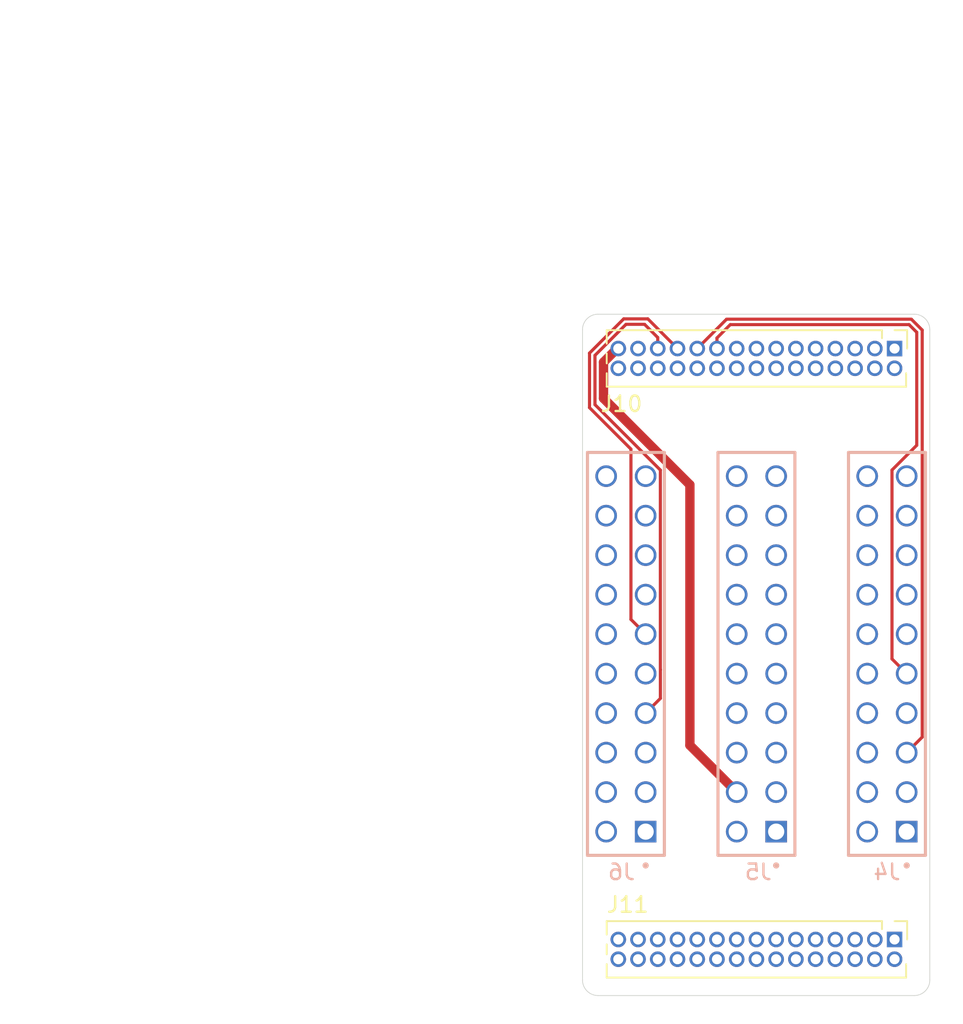
<source format=kicad_pcb>
(kicad_pcb (version 20241229) (generator "pcbnew") (generator_version "9.0")
  (layers (0 "F.Cu" mixed) (4 "In1.Cu" signal) (6 "In2.Cu" signal) (2 "B.Cu" mixed) (13 "F.Paste" user) (15 "B.Paste" user) (5 "F.SilkS" user "F.Silkscreen") (7 "B.SilkS" user "B.Silkscreen") (1 "F.Mask" user) (3 "B.Mask" user) (25 "Edge.Cuts" user))
  (net 0 "")
  (net 1 "+12V")
  (net 2 "GND")
  (net 3 "2")
  (net 4 "4")
  (net 5 "CAN1_L")
  (net 6 "CAN2_L")
  (net 7 "8")
  (net 8 "10")
  (net 9 "12")
  (net 10 "13")
  (net 11 "15")
  (net 12 "CAN1_H")
  (net 13 "CAN2_H")
  (net 14 "18")
  (net 15 "20")
  (net 16 "6")
  (net 17 "7")
  (net 18 "19")
  (net 19 "11")
  (net 20 "14")
  (net 21 "17")
  (net 22 "1")
  (net 23 "9")
  (net 24 "16")
  (net 25 "30")
  (net 26 "40")
  (net 27 "25")
  (net 28 "23")
  (net 29 "38")
  (net 30 "26")
  (net 31 "35")
  (net 32 "34")
  (net 33 "39")
  (net 34 "36")
  (net 35 "31")
  (net 36 "22")
  (net 37 "28")
  (net 38 "37")
  (net 39 "33")
  (net 40 "29")
  (net 41 "21")
  (net 42 "27")
  (net 43 "49")
  (net 44 "53")
  (net 45 "59")
  (net 46 "48")
  (net 47 "47")
  (net 48 "56")
  (net 49 "52")
  (net 50 "57")
  (net 51 "41")
  (net 52 "58")
  (net 53 "45")
  (net 54 "54")
  (net 55 "60")
  (net 56 "55")
  (net 57 "51")
  (net 58 "50")
  (net 59 "43")
  (net 60 "42")
  (footprint "Connector_PinHeader_1.27mm:PinHeader_2x15_P1.27mm_Vertical" (layer "F.Cu") (at 144.572 102.539 -90)
    (property "Reference" "J10" (at 3.561 17.572 0) (layer "F.SilkS"))
    (property "Value" "B2B_1")
    (fp_line (start -1.18 18.525) (end -0.317923 18.525) (stroke (width 0.12)) (layer "F.SilkS"))
    (fp_line (start 0.317923 18.525) (end 0.952077 18.525) (stroke (width 0.12)) (layer "F.SilkS"))
    (fp_line (start 1.587923 18.525) (end 2.45 18.525) (stroke (width 0.12)) (layer "F.SilkS"))
    (fp_line (start -1.18 0.81) (end -1.18 18.525) (stroke (width 0.12)) (layer "F.SilkS"))
    (fp_line (start -1.18 0.81) (end -0.666708 0.81) (stroke (width 0.12)) (layer "F.SilkS"))
    (fp_line (start -1.18 0) (end -1.18 -0.81) (stroke (width 0.12)) (layer "F.SilkS"))
    (fp_line (start 1.587923 -0.745) (end 2.45 -0.745) (stroke (width 0.12)) (layer "F.SilkS"))
    (fp_line (start 2.45 -0.745) (end 2.45 18.525) (stroke (width 0.12)) (layer "F.SilkS"))
    (fp_line (start -1.18 -0.81) (end 0 -0.81) (stroke (width 0.12)) (layer "F.SilkS"))
    (pad "1" thru_hole rect (at 0 0 270) (size 1 1) (drill 0.65) (layers "*.Cu" "*.Mask") (net 19 "11"))
    (pad "2" thru_hole circle (at 1.27 0 270) (size 1 1) (drill 0.65) (layers "*.Cu" "*.Mask") (net 9 "12"))
    (pad "3" thru_hole circle (at 0 1.27 270) (size 1 1) (drill 0.65) (layers "*.Cu" "*.Mask") (net 8 "10"))
    (pad "4" thru_hole circle (at 1.27 1.27 270) (size 1 1) (drill 0.65) (layers "*.Cu" "*.Mask") (net 10 "13"))
    (pad "5" thru_hole circle (at 0 2.54 270) (size 1 1) (drill 0.65) (layers "*.Cu" "*.Mask") (net 23 "9"))
    (pad "6" thru_hole circle (at 1.27 2.54 270) (size 1 1) (drill 0.65) (layers "*.Cu" "*.Mask") (net 20 "14"))
    (pad "7" thru_hole circle (at 0 3.81 270) (size 1 1) (drill 0.65) (layers "*.Cu" "*.Mask") (net 7 "8"))
    (pad "8" thru_hole circle (at 1.27 3.81 270) (size 1 1) (drill 0.65) (layers "*.Cu" "*.Mask") (net 11 "15"))
    (pad "9" thru_hole circle (at 0 5.08 270) (size 1 1) (drill 0.65) (layers "*.Cu" "*.Mask") (net 17 "7"))
    (pad "10" thru_hole circle (at 1.27 5.08 270) (size 1 1) (drill 0.65) (layers "*.Cu" "*.Mask") (net 24 "16"))
    (pad "11" thru_hole circle (at 0 6.35 270) (size 1 1) (drill 0.65) (layers "*.Cu" "*.Mask") (net 16 "6"))
    (pad "12" thru_hole circle (at 1.27 6.35 270) (size 1 1) (drill 0.65) (layers "*.Cu" "*.Mask") (net 21 "17"))
    (pad "13" thru_hole circle (at 0 7.62 270) (size 1 1) (drill 0.65) (layers "*.Cu" "*.Mask") (net 4 "4"))
    (pad "14" thru_hole circle (at 1.27 7.62 270) (size 1 1) (drill 0.65) (layers "*.Cu" "*.Mask") (net 14 "18"))
    (pad "15" thru_hole circle (at 0 8.89 270) (size 1 1) (drill 0.65) (layers "*.Cu" "*.Mask") (net 3 "2"))
    (pad "16" thru_hole circle (at 1.27 8.89 270) (size 1 1) (drill 0.65) (layers "*.Cu" "*.Mask") (net 18 "19"))
    (pad "17" thru_hole circle (at 0 10.16 270) (size 1 1) (drill 0.65) (layers "*.Cu" "*.Mask") (net 22 "1"))
    (pad "18" thru_hole circle (at 1.27 10.16 270) (size 1 1) (drill 0.65) (layers "*.Cu" "*.Mask") (net 15 "20"))
    (pad "19" thru_hole circle (at 0 11.43 270) (size 1 1) (drill 0.65) (layers "*.Cu" "*.Mask") (net 13 "CAN2_H"))
    (pad "20" thru_hole circle (at 1.27 11.43 270) (size 1 1) (drill 0.65) (layers "*.Cu" "*.Mask") (net 41 "21"))
    (pad "21" thru_hole circle (at 0 12.7 270) (size 1 1) (drill 0.65) (layers "*.Cu" "*.Mask") (net 6 "CAN2_L"))
    (pad "22" thru_hole circle (at 1.27 12.7 270) (size 1 1) (drill 0.65) (layers "*.Cu" "*.Mask") (net 36 "22"))
    (pad "23" thru_hole circle (at 0 13.97 270) (size 1 1) (drill 0.65) (layers "*.Cu" "*.Mask") (net 12 "CAN1_H"))
    (pad "24" thru_hole circle (at 1.27 13.97 270) (size 1 1) (drill 0.65) (layers "*.Cu" "*.Mask") (net 28 "23"))
    (pad "25" thru_hole circle (at 0 15.24 270) (size 1 1) (drill 0.65) (layers "*.Cu" "*.Mask") (net 5 "CAN1_L"))
    (pad "26" thru_hole circle (at 1.27 15.24 270) (size 1 1) (drill 0.65) (layers "*.Cu" "*.Mask") (net 27 "25"))
    (pad "27" thru_hole circle (at 0 16.51 270) (size 1 1) (drill 0.65) (layers "*.Cu" "*.Mask") (net 2 "GND"))
    (pad "28" thru_hole circle (at 1.27 16.51 270) (size 1 1) (drill 0.65) (layers "*.Cu" "*.Mask") (net 30 "26"))
    (pad "29" thru_hole circle (at 0 17.78 270) (size 1 1) (drill 0.65) (layers "*.Cu" "*.Mask") (net 1 "+12V"))
    (pad "30" thru_hole circle (at 1.27 17.78 270) (size 1 1) (drill 0.65) (layers "*.Cu" "*.Mask") (net 42 "27"))
  )
  (footprint "Connector_PinHeader_1.27mm:PinHeader_2x15_P1.27mm_Vertical" (layer "F.Cu") (at 144.572 140.539 -90)
    (property "Reference" "J11" (at -2.239 17.172 0) (layer "F.SilkS"))
    (property "Value" "B2B_2")
    (fp_line (start -1.18 18.525) (end -0.317923 18.525) (stroke (width 0.12)) (layer "F.SilkS"))
    (fp_line (start 0.317923 18.525) (end 0.952077 18.525) (stroke (width 0.12)) (layer "F.SilkS"))
    (fp_line (start 1.587923 18.525) (end 2.45 18.525) (stroke (width 0.12)) (layer "F.SilkS"))
    (fp_line (start -1.18 0.81) (end -1.18 18.525) (stroke (width 0.12)) (layer "F.SilkS"))
    (fp_line (start -1.18 0.81) (end -0.666708 0.81) (stroke (width 0.12)) (layer "F.SilkS"))
    (fp_line (start -1.18 0) (end -1.18 -0.81) (stroke (width 0.12)) (layer "F.SilkS"))
    (fp_line (start 1.587923 -0.745) (end 2.45 -0.745) (stroke (width 0.12)) (layer "F.SilkS"))
    (fp_line (start 2.45 -0.745) (end 2.45 18.525) (stroke (width 0.12)) (layer "F.SilkS"))
    (fp_line (start -1.18 -0.81) (end 0 -0.81) (stroke (width 0.12)) (layer "F.SilkS"))
    (pad "1" thru_hole rect (at 0 0 270) (size 1 1) (drill 0.65) (layers "*.Cu" "*.Mask") (net 59 "43"))
    (pad "2" thru_hole circle (at 1.27 0 270) (size 1 1) (drill 0.65) (layers "*.Cu" "*.Mask") (net 53 "45"))
    (pad "3" thru_hole circle (at 0 1.27 270) (size 1 1) (drill 0.65) (layers "*.Cu" "*.Mask") (net 60 "42"))
    (pad "4" thru_hole circle (at 1.27 1.27 270) (size 1 1) (drill 0.65) (layers "*.Cu" "*.Mask") (net 47 "47"))
    (pad "5" thru_hole circle (at 0 2.54 270) (size 1 1) (drill 0.65) (layers "*.Cu" "*.Mask") (net 51 "41"))
    (pad "6" thru_hole circle (at 1.27 2.54 270) (size 1 1) (drill 0.65) (layers "*.Cu" "*.Mask") (net 46 "48"))
    (pad "7" thru_hole circle (at 0 3.81 270) (size 1 1) (drill 0.65) (layers "*.Cu" "*.Mask") (net 26 "40"))
    (pad "8" thru_hole circle (at 1.27 3.81 270) (size 1 1) (drill 0.65) (layers "*.Cu" "*.Mask") (net 43 "49"))
    (pad "9" thru_hole circle (at 0 5.08 270) (size 1 1) (drill 0.65) (layers "*.Cu" "*.Mask") (net 33 "39"))
    (pad "10" thru_hole circle (at 1.27 5.08 270) (size 1 1) (drill 0.65) (layers "*.Cu" "*.Mask") (net 58 "50"))
    (pad "11" thru_hole circle (at 0 6.35 270) (size 1 1) (drill 0.65) (layers "*.Cu" "*.Mask") (net 29 "38"))
    (pad "12" thru_hole circle (at 1.27 6.35 270) (size 1 1) (drill 0.65) (layers "*.Cu" "*.Mask") (net 57 "51"))
    (pad "13" thru_hole circle (at 0 7.62 270) (size 1 1) (drill 0.65) (layers "*.Cu" "*.Mask") (net 38 "37"))
    (pad "14" thru_hole circle (at 1.27 7.62 270) (size 1 1) (drill 0.65) (layers "*.Cu" "*.Mask") (net 49 "52"))
    (pad "15" thru_hole circle (at 0 8.89 270) (size 1 1) (drill 0.65) (layers "*.Cu" "*.Mask") (net 34 "36"))
    (pad "16" thru_hole circle (at 1.27 8.89 270) (size 1 1) (drill 0.65) (layers "*.Cu" "*.Mask") (net 44 "53"))
    (pad "17" thru_hole circle (at 0 10.16 270) (size 1 1) (drill 0.65) (layers "*.Cu" "*.Mask") (net 31 "35"))
    (pad "18" thru_hole circle (at 1.27 10.16 270) (size 1 1) (drill 0.65) (layers "*.Cu" "*.Mask") (net 54 "54"))
    (pad "19" thru_hole circle (at 0 11.43 270) (size 1 1) (drill 0.65) (layers "*.Cu" "*.Mask") (net 32 "34"))
    (pad "20" thru_hole circle (at 1.27 11.43 270) (size 1 1) (drill 0.65) (layers "*.Cu" "*.Mask") (net 56 "55"))
    (pad "21" thru_hole circle (at 0 12.7 270) (size 1 1) (drill 0.65) (layers "*.Cu" "*.Mask") (net 39 "33"))
    (pad "22" thru_hole circle (at 1.27 12.7 270) (size 1 1) (drill 0.65) (layers "*.Cu" "*.Mask") (net 48 "56"))
    (pad "23" thru_hole circle (at 0 13.97 270) (size 1 1) (drill 0.65) (layers "*.Cu" "*.Mask") (net 35 "31"))
    (pad "24" thru_hole circle (at 1.27 13.97 270) (size 1 1) (drill 0.65) (layers "*.Cu" "*.Mask") (net 50 "57"))
    (pad "25" thru_hole circle (at 0 15.24 270) (size 1 1) (drill 0.65) (layers "*.Cu" "*.Mask") (net 25 "30"))
    (pad "26" thru_hole circle (at 1.27 15.24 270) (size 1 1) (drill 0.65) (layers "*.Cu" "*.Mask") (net 52 "58"))
    (pad "27" thru_hole circle (at 0 16.51 270) (size 1 1) (drill 0.65) (layers "*.Cu" "*.Mask") (net 40 "29"))
    (pad "28" thru_hole circle (at 1.27 16.51 270) (size 1 1) (drill 0.65) (layers "*.Cu" "*.Mask") (net 45 "59"))
    (pad "29" thru_hole circle (at 0 17.78 270) (size 1 1) (drill 0.65) (layers "*.Cu" "*.Mask") (net 37 "28"))
    (pad "30" thru_hole circle (at 1.27 17.78 270) (size 1 1) (drill 0.65) (layers "*.Cu" "*.Mask") (net 55 "60"))
  )
  (footprint "PSA:ESW-110-44-F-D" (layer "B.Cu") (at 127.282 122.174 -90)
    (property "Reference" "J6" (at 14.026 0.282 180) (layer "B.SilkS") (effects (justify mirror)))
    (property "Value" "to_car_3")
    (fp_line (start 12.955 2.475) (end -12.955 2.475) (stroke (width 0.2)) (layer "B.SilkS"))
    (fp_line (start 12.955 2.475) (end 12.955 -2.475) (stroke (width 0.2)) (layer "B.SilkS"))
    (fp_line (start -12.955 -2.475) (end -12.955 2.475) (stroke (width 0.2)) (layer "B.SilkS"))
    (fp_line (start 12.955 -2.475) (end -12.955 -2.475) (stroke (width 0.2)) (layer "B.SilkS"))
    (fp_circle (center 13.605 -1.27) (end 13.705 -1.27) (stroke (width 0.2)) (fill no) (layer "B.SilkS"))
    (pad "1" thru_hole rect (at 11.43 -1.27 270) (size 1.39 1.39) (drill 1.04) (layers "*.Cu" "*.Mask") (net 51 "41"))
    (pad "2" thru_hole circle (at 8.89 -1.27 270) (size 1.39 1.39) (drill 1.04) (layers "*.Cu" "*.Mask") (net 60 "42"))
    (pad "3" thru_hole circle (at 6.35 -1.27 270) (size 1.39 1.39) (drill 1.04) (layers "*.Cu" "*.Mask") (net 59 "43"))
    (pad "4" thru_hole circle (at 3.81 -1.27 270) (size 1.39 1.39) (drill 1.04) (layers "*.Cu" "*.Mask") (net 5 "CAN1_L"))
    (pad "5" thru_hole circle (at 1.27 -1.27 270) (size 1.39 1.39) (drill 1.04) (layers "*.Cu" "*.Mask") (net 53 "45"))
    (pad "6" thru_hole circle (at -1.27 -1.27 270) (size 1.39 1.39) (drill 1.04) (layers "*.Cu" "*.Mask") (net 12 "CAN1_H"))
    (pad "7" thru_hole circle (at -3.81 -1.27 270) (size 1.39 1.39) (drill 1.04) (layers "*.Cu" "*.Mask") (net 47 "47"))
    (pad "8" thru_hole circle (at -6.35 -1.27 270) (size 1.39 1.39) (drill 1.04) (layers "*.Cu" "*.Mask") (net 46 "48"))
    (pad "9" thru_hole circle (at -8.89 -1.27 270) (size 1.39 1.39) (drill 1.04) (layers "*.Cu" "*.Mask") (net 43 "49"))
    (pad "10" thru_hole circle (at -11.43 -1.27 270) (size 1.39 1.39) (drill 1.04) (layers "*.Cu" "*.Mask") (net 58 "50"))
    (pad "11" thru_hole circle (at 11.43 1.27 270) (size 1.39 1.39) (drill 1.04) (layers "*.Cu" "*.Mask") (net 57 "51"))
    (pad "12" thru_hole circle (at 8.89 1.27 270) (size 1.39 1.39) (drill 1.04) (layers "*.Cu" "*.Mask") (net 49 "52"))
    (pad "13" thru_hole circle (at 6.35 1.27 270) (size 1.39 1.39) (drill 1.04) (layers "*.Cu" "*.Mask") (net 44 "53"))
    (pad "14" thru_hole circle (at 3.81 1.27 270) (size 1.39 1.39) (drill 1.04) (layers "*.Cu" "*.Mask") (net 54 "54"))
    (pad "15" thru_hole circle (at 1.27 1.27 270) (size 1.39 1.39) (drill 1.04) (layers "*.Cu" "*.Mask") (net 56 "55"))
    (pad "16" thru_hole circle (at -1.27 1.27 270) (size 1.39 1.39) (drill 1.04) (layers "*.Cu" "*.Mask") (net 48 "56"))
    (pad "17" thru_hole circle (at -3.81 1.27 270) (size 1.39 1.39) (drill 1.04) (layers "*.Cu" "*.Mask") (net 50 "57"))
    (pad "18" thru_hole circle (at -6.35 1.27 270) (size 1.39 1.39) (drill 1.04) (layers "*.Cu" "*.Mask") (net 52 "58"))
    (pad "19" thru_hole circle (at -8.89 1.27 270) (size 1.39 1.39) (drill 1.04) (layers "*.Cu" "*.Mask") (net 45 "59"))
    (pad "20" thru_hole circle (at -11.43 1.27 270) (size 1.39 1.39) (drill 1.04) (layers "*.Cu" "*.Mask") (net 55 "60"))
  )
  (footprint "PSA:ESW-110-44-F-D" (layer "B.Cu") (at 144.082 122.174 -90)
    (property "Reference" "J4" (at 14.026 0 180) (layer "B.SilkS") (effects (justify mirror)))
    (property "Value" "to_car_1")
    (fp_line (start 12.955 2.475) (end -12.955 2.475) (stroke (width 0.2)) (layer "B.SilkS"))
    (fp_line (start 12.955 2.475) (end 12.955 -2.475) (stroke (width 0.2)) (layer "B.SilkS"))
    (fp_line (start -12.955 -2.475) (end -12.955 2.475) (stroke (width 0.2)) (layer "B.SilkS"))
    (fp_line (start 12.955 -2.475) (end -12.955 -2.475) (stroke (width 0.2)) (layer "B.SilkS"))
    (fp_circle (center 13.605 -1.27) (end 13.705 -1.27) (stroke (width 0.2)) (fill no) (layer "B.SilkS"))
    (pad "1" thru_hole rect (at 11.43 -1.27 270) (size 1.39 1.39) (drill 1.04) (layers "*.Cu" "*.Mask") (net 22 "1"))
    (pad "2" thru_hole circle (at 8.89 -1.27 270) (size 1.39 1.39) (drill 1.04) (layers "*.Cu" "*.Mask") (net 3 "2"))
    (pad "3" thru_hole circle (at 6.35 -1.27 270) (size 1.39 1.39) (drill 1.04) (layers "*.Cu" "*.Mask") (net 6 "CAN2_L"))
    (pad "4" thru_hole circle (at 3.81 -1.27 270) (size 1.39 1.39) (drill 1.04) (layers "*.Cu" "*.Mask") (net 4 "4"))
    (pad "5" thru_hole circle (at 1.27 -1.27 270) (size 1.39 1.39) (drill 1.04) (layers "*.Cu" "*.Mask") (net 13 "CAN2_H"))
    (pad "6" thru_hole circle (at -1.27 -1.27 270) (size 1.39 1.39) (drill 1.04) (layers "*.Cu" "*.Mask") (net 16 "6"))
    (pad "7" thru_hole circle (at -3.81 -1.27 270) (size 1.39 1.39) (drill 1.04) (layers "*.Cu" "*.Mask") (net 17 "7"))
    (pad "8" thru_hole circle (at -6.35 -1.27 270) (size 1.39 1.39) (drill 1.04) (layers "*.Cu" "*.Mask") (net 7 "8"))
    (pad "9" thru_hole circle (at -8.89 -1.27 270) (size 1.39 1.39) (drill 1.04) (layers "*.Cu" "*.Mask") (net 23 "9"))
    (pad "10" thru_hole circle (at -11.43 -1.27 270) (size 1.39 1.39) (drill 1.04) (layers "*.Cu" "*.Mask") (net 8 "10"))
    (pad "11" thru_hole circle (at 11.43 1.27 270) (size 1.39 1.39) (drill 1.04) (layers "*.Cu" "*.Mask") (net 19 "11"))
    (pad "12" thru_hole circle (at 8.89 1.27 270) (size 1.39 1.39) (drill 1.04) (layers "*.Cu" "*.Mask") (net 9 "12"))
    (pad "13" thru_hole circle (at 6.35 1.27 270) (size 1.39 1.39) (drill 1.04) (layers "*.Cu" "*.Mask") (net 10 "13"))
    (pad "14" thru_hole circle (at 3.81 1.27 270) (size 1.39 1.39) (drill 1.04) (layers "*.Cu" "*.Mask") (net 20 "14"))
    (pad "15" thru_hole circle (at 1.27 1.27 270) (size 1.39 1.39) (drill 1.04) (layers "*.Cu" "*.Mask") (net 11 "15"))
    (pad "16" thru_hole circle (at -1.27 1.27 270) (size 1.39 1.39) (drill 1.04) (layers "*.Cu" "*.Mask") (net 24 "16"))
    (pad "17" thru_hole circle (at -3.81 1.27 270) (size 1.39 1.39) (drill 1.04) (layers "*.Cu" "*.Mask") (net 21 "17"))
    (pad "18" thru_hole circle (at -6.35 1.27 270) (size 1.39 1.39) (drill 1.04) (layers "*.Cu" "*.Mask") (net 14 "18"))
    (pad "19" thru_hole circle (at -8.89 1.27 270) (size 1.39 1.39) (drill 1.04) (layers "*.Cu" "*.Mask") (net 18 "19"))
    (pad "20" thru_hole circle (at -11.43 1.27 270) (size 1.39 1.39) (drill 1.04) (layers "*.Cu" "*.Mask") (net 15 "20"))
  )
  (footprint "PSA:ESW-110-44-F-D" (layer "B.Cu") (at 135.682 122.174 -90)
    (property "Reference" "J5" (at 14.026 -0.118 180) (layer "B.SilkS") (effects (justify mirror)))
    (property "Value" "to_car_2")
    (fp_line (start 12.955 2.475) (end -12.955 2.475) (stroke (width 0.2)) (layer "B.SilkS"))
    (fp_line (start 12.955 2.475) (end 12.955 -2.475) (stroke (width 0.2)) (layer "B.SilkS"))
    (fp_line (start -12.955 -2.475) (end -12.955 2.475) (stroke (width 0.2)) (layer "B.SilkS"))
    (fp_line (start 12.955 -2.475) (end -12.955 -2.475) (stroke (width 0.2)) (layer "B.SilkS"))
    (fp_circle (center 13.605 -1.27) (end 13.705 -1.27) (stroke (width 0.2)) (fill no) (layer "B.SilkS"))
    (pad "1" thru_hole rect (at 11.43 -1.27 270) (size 1.39 1.39) (drill 1.04) (layers "*.Cu" "*.Mask") (net 41 "21"))
    (pad "2" thru_hole circle (at 8.89 -1.27 270) (size 1.39 1.39) (drill 1.04) (layers "*.Cu" "*.Mask") (net 36 "22"))
    (pad "3" thru_hole circle (at 6.35 -1.27 270) (size 1.39 1.39) (drill 1.04) (layers "*.Cu" "*.Mask") (net 28 "23"))
    (pad "4" thru_hole circle (at 3.81 -1.27 270) (size 1.39 1.39) (drill 1.04) (layers "*.Cu" "*.Mask") (net 2 "GND"))
    (pad "5" thru_hole circle (at 1.27 -1.27 270) (size 1.39 1.39) (drill 1.04) (layers "*.Cu" "*.Mask") (net 27 "25"))
    (pad "6" thru_hole circle (at -1.27 -1.27 270) (size 1.39 1.39) (drill 1.04) (layers "*.Cu" "*.Mask") (net 30 "26"))
    (pad "7" thru_hole circle (at -3.81 -1.27 270) (size 1.39 1.39) (drill 1.04) (layers "*.Cu" "*.Mask") (net 42 "27"))
    (pad "8" thru_hole circle (at -6.35 -1.27 270) (size 1.39 1.39) (drill 1.04) (layers "*.Cu" "*.Mask") (net 37 "28"))
    (pad "9" thru_hole circle (at -8.89 -1.27 270) (size 1.39 1.39) (drill 1.04) (layers "*.Cu" "*.Mask") (net 40 "29"))
    (pad "10" thru_hole circle (at -11.43 -1.27 270) (size 1.39 1.39) (drill 1.04) (layers "*.Cu" "*.Mask") (net 25 "30"))
    (pad "11" thru_hole circle (at 11.43 1.27 270) (size 1.39 1.39) (drill 1.04) (layers "*.Cu" "*.Mask") (net 35 "31"))
    (pad "12" thru_hole circle (at 8.89 1.27 270) (size 1.39 1.39) (drill 1.04) (layers "*.Cu" "*.Mask") (net 1 "+12V"))
    (pad "13" thru_hole circle (at 6.35 1.27 270) (size 1.39 1.39) (drill 1.04) (layers "*.Cu" "*.Mask") (net 39 "33"))
    (pad "14" thru_hole circle (at 3.81 1.27 270) (size 1.39 1.39) (drill 1.04) (layers "*.Cu" "*.Mask") (net 32 "34"))
    (pad "15" thru_hole circle (at 1.27 1.27 270) (size 1.39 1.39) (drill 1.04) (layers "*.Cu" "*.Mask") (net 31 "35"))
    (pad "16" thru_hole circle (at -1.27 1.27 270) (size 1.39 1.39) (drill 1.04) (layers "*.Cu" "*.Mask") (net 34 "36"))
    (pad "17" thru_hole circle (at -3.81 1.27 270) (size 1.39 1.39) (drill 1.04) (layers "*.Cu" "*.Mask") (net 38 "37"))
    (pad "18" thru_hole circle (at -6.35 1.27 270) (size 1.39 1.39) (drill 1.04) (layers "*.Cu" "*.Mask") (net 29 "38"))
    (pad "19" thru_hole circle (at -8.89 1.27 270) (size 1.39 1.39) (drill 1.04) (layers "*.Cu" "*.Mask") (net 33 "39"))
    (pad "20" thru_hole circle (at -11.43 1.27 270) (size 1.39 1.39) (drill 1.04) (layers "*.Cu" "*.Mask") (net 26 "40"))
  )
  (gr_arc (start 145.84 100.33) (mid 146.547107 100.622893) (end 146.84 101.33) (stroke (width 0.05)) (layer "Edge.Cuts"))
  (gr_line (start 124.488 143.145) (end 124.488 101.33) (stroke (width 0.05)) (layer "Edge.Cuts"))
  (gr_line (start 146.84 101.33) (end 146.84 143.145) (stroke (width 0.05)) (layer "Edge.Cuts"))
  (gr_arc (start 124.488 101.33) (mid 124.780893 100.622893) (end 125.488 100.33) (stroke (width 0.05)) (layer "Edge.Cuts"))
  (gr_arc (start 125.488 144.145) (mid 124.780893 143.852107) (end 124.488 143.145) (stroke (width 0.05)) (layer "Edge.Cuts"))
  (gr_line (start 125.488 100.33) (end 145.84 100.33) (stroke (width 0.05)) (layer "Edge.Cuts"))
  (gr_line (start 145.84 144.145) (end 125.488 144.145) (stroke (width 0.05)) (layer "Edge.Cuts"))
  (gr_arc (start 146.84 143.145) (mid 146.547107 143.852107) (end 145.84 144.145) (stroke (width 0.05)) (layer "Edge.Cuts"))
  (segment (start 131.4 128.052) (end 134.412 131.064) (width 0.6) (layer "F.Cu") (net 1))
  (segment (start 126.717082 102.539) (end 125.841 103.415082) (width 0.6) (layer "F.Cu") (net 1))
  (segment (start 125.841 103.415082) (end 125.841 105.741) (width 0.6) (layer "F.Cu") (net 1))
  (segment (start 131.4 111.3) (end 131.4 128.052) (width 0.6) (layer "F.Cu") (net 1))
  (segment (start 125.841 105.741) (end 131.4 111.3) (width 0.6) (layer "F.Cu") (net 1))
  (segment (start 126.792 102.539) (end 126.717082 102.539) (width 0.6) (layer "F.Cu") (net 1))
  (segment (start 129.498 110.352153) (end 129.498 123.187847) (width 0.2) (layer "F.Cu") (net 5))
  (segment (start 129.332 101.832) (end 128.481 100.981) (width 0.2) (layer "F.Cu") (net 5))
  (segment (start 129.5 123.189847) (end 129.5 125.036) (width 0.2) (layer "F.Cu") (net 5))
  (segment (start 129.5 125.036) (end 128.552 125.984) (width 0.2) (layer "F.Cu") (net 5))
  (segment (start 128.481 100.981) (end 127.287925 100.981) (width 0.2) (layer "F.Cu") (net 5))
  (segment (start 129.498 123.187847) (end 129.5 123.189847) (width 0.2) (layer "F.Cu") (net 5))
  (segment (start 129.332 102.539) (end 129.332 101.832) (width 0.2) (layer "F.Cu") (net 5))
  (segment (start 125.291 102.977925) (end 125.291 106.145153) (width 0.2) (layer "F.Cu") (net 5))
  (segment (start 125.291 106.145153) (end 129.498 110.352153) (width 0.2) (layer "F.Cu") (net 5))
  (segment (start 127.287925 100.981) (end 125.291 102.977925) (width 0.2) (layer "F.Cu") (net 5))
  (segment (start 145.65 100.65) (end 146.35 101.35) (width 0.2) (layer "F.Cu") (net 6))
  (segment (start 131.872 102.539) (end 133.761 100.65) (width 0.2) (layer "F.Cu") (net 6))
  (segment (start 146.35 127.526) (end 145.352 128.524) (width 0.2) (layer "F.Cu") (net 6))
  (segment (start 146.35 101.35) (end 146.35 127.526) (width 0.2) (layer "F.Cu") (net 6))
  (segment (start 133.761 100.65) (end 145.65 100.65) (width 0.2) (layer "F.Cu") (net 6))
  (segment (start 130.602 102.539) (end 128.694 100.631) (width 0.2) (layer "F.Cu") (net 12))
  (segment (start 124.94 102.831121) (end 124.94 106.34) (width 0.2) (layer "F.Cu") (net 12))
  (segment (start 128.694 100.631) (end 127.140121 100.631) (width 0.2) (layer "F.Cu") (net 12))
  (segment (start 127.140121 100.631) (end 124.94 102.831121) (width 0.2) (layer "F.Cu") (net 12))
  (segment (start 127.606 119.958) (end 128.552 120.904) (width 0.2) (layer "F.Cu") (net 12))
  (segment (start 127.606 109.006) (end 127.606 119.958) (width 0.2) (layer "F.Cu") (net 12))
  (segment (start 124.94 106.34) (end 127.606 109.006) (width 0.2) (layer "F.Cu") (net 12))
  (segment (start 146 101.494974) (end 146 108.758153) (width 0.2) (layer "F.Cu") (net 13))
  (segment (start 134 101) (end 145.505026 101) (width 0.2) (layer "F.Cu") (net 13))
  (segment (start 144.406 122.498) (end 145.352 123.444) (width 0.2) (layer "F.Cu") (net 13))
  (segment (start 146 108.758153) (end 144.406 110.352153) (width 0.2) (layer "F.Cu") (net 13))
  (segment (start 133.142 101.858) (end 134 101) (width 0.2) (layer "F.Cu") (net 13))
  (segment (start 133.142 102.539) (end 133.142 101.858) (width 0.2) (layer "F.Cu") (net 13))
  (segment (start 145.505026 101) (end 146 101.494974) (width 0.2) (layer "F.Cu") (net 13))
  (segment (start 144.406 110.352153) (end 144.406 122.498) (width 0.2) (layer "F.Cu") (net 13))
)
</source>
